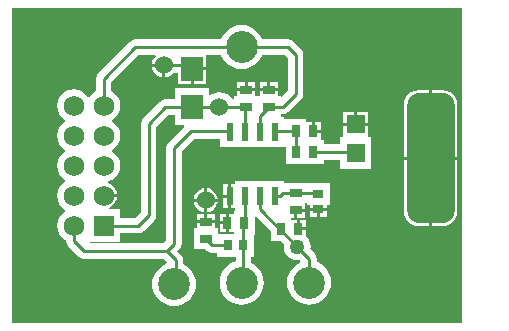
<source format=gtl>
G04 Layer_Physical_Order=1*
G04 Layer_Color=255*
%FSLAX25Y25*%
%MOIN*%
G70*
G01*
G75*
%ADD10R,0.02362X0.06102*%
%ADD11R,0.03937X0.02953*%
%ADD12R,0.03150X0.03740*%
%ADD13R,0.02953X0.03937*%
%ADD14R,0.07284X0.08465*%
%ADD15R,0.06496X0.06496*%
%ADD16R,0.03740X0.03150*%
%ADD17C,0.01000*%
%ADD18C,0.06000*%
G04:AMPARAMS|DCode=19|XSize=433.07mil|YSize=157.48mil|CornerRadius=39.37mil|HoleSize=0mil|Usage=FLASHONLY|Rotation=90.000|XOffset=0mil|YOffset=0mil|HoleType=Round|Shape=RoundedRectangle|*
%AMROUNDEDRECTD19*
21,1,0.43307,0.07874,0,0,90.0*
21,1,0.35433,0.15748,0,0,90.0*
1,1,0.07874,0.03937,0.17717*
1,1,0.07874,0.03937,-0.17717*
1,1,0.07874,-0.03937,-0.17717*
1,1,0.07874,-0.03937,0.17717*
%
%ADD19ROUNDEDRECTD19*%
%ADD20C,0.10630*%
%ADD21R,0.06890X0.06890*%
%ADD22C,0.06890*%
%ADD23C,0.05000*%
G36*
X272500Y137500D02*
X122500D01*
Y242500D01*
X272500D01*
Y137500D01*
D02*
G37*
%LPC*%
G36*
X199000Y236850D02*
X197566Y236709D01*
X196187Y236291D01*
X194916Y235612D01*
X193802Y234698D01*
X192888Y233584D01*
X192209Y232313D01*
X192129Y232049D01*
X163500D01*
X162524Y231855D01*
X161698Y231302D01*
X151198Y220802D01*
X150645Y219975D01*
X150451Y219000D01*
Y214838D01*
X150254Y214756D01*
X149117Y213883D01*
X148279Y212791D01*
X148000Y212759D01*
X147721Y212791D01*
X146883Y213883D01*
X145746Y214756D01*
X144421Y215305D01*
X143000Y215492D01*
X141579Y215305D01*
X140254Y214756D01*
X139117Y213883D01*
X138244Y212746D01*
X137695Y211421D01*
X137508Y210000D01*
X137695Y208579D01*
X138244Y207254D01*
X139117Y206117D01*
X140209Y205279D01*
X140241Y205000D01*
X140209Y204721D01*
X139117Y203883D01*
X138244Y202746D01*
X137695Y201421D01*
X137508Y200000D01*
X137695Y198579D01*
X138244Y197254D01*
X139117Y196117D01*
X140209Y195279D01*
X140241Y195000D01*
X140209Y194721D01*
X139117Y193883D01*
X138244Y192746D01*
X137695Y191421D01*
X137508Y190000D01*
X137695Y188579D01*
X138244Y187254D01*
X139117Y186117D01*
X140209Y185279D01*
X140241Y185000D01*
X140209Y184721D01*
X139117Y183883D01*
X138244Y182746D01*
X137695Y181421D01*
X137508Y180000D01*
X137695Y178579D01*
X138244Y177254D01*
X139117Y176117D01*
X140209Y175279D01*
X140241Y175000D01*
X140209Y174721D01*
X139117Y173883D01*
X138244Y172746D01*
X137695Y171421D01*
X137508Y170000D01*
X137695Y168579D01*
X138244Y167254D01*
X139117Y166117D01*
X140254Y165244D01*
X140451Y165162D01*
Y165000D01*
X140645Y164024D01*
X141198Y163198D01*
X144698Y159698D01*
X145525Y159145D01*
X146500Y158951D01*
X172944D01*
X174047Y157848D01*
X173925Y157363D01*
X173687Y157291D01*
X172416Y156612D01*
X171302Y155698D01*
X170388Y154584D01*
X169709Y153313D01*
X169291Y151934D01*
X169150Y150500D01*
X169291Y149066D01*
X169709Y147687D01*
X170388Y146416D01*
X171302Y145302D01*
X172416Y144388D01*
X173687Y143709D01*
X175066Y143291D01*
X176500Y143150D01*
X177934Y143291D01*
X179313Y143709D01*
X180584Y144388D01*
X181697Y145302D01*
X182612Y146416D01*
X183291Y147687D01*
X183709Y149066D01*
X183850Y150500D01*
X183709Y151934D01*
X183291Y153313D01*
X182612Y154584D01*
X181697Y155698D01*
X180584Y156612D01*
X179549Y157165D01*
Y158500D01*
X179355Y159476D01*
X178802Y160302D01*
X177605Y161500D01*
X178302Y162198D01*
X178855Y163024D01*
X179049Y164000D01*
Y194944D01*
X183056Y198951D01*
X191819D01*
Y196177D01*
X213181D01*
Y196177D01*
X213669Y196149D01*
Y190532D01*
X226331D01*
Y191951D01*
X231752D01*
Y189028D01*
X242248D01*
Y199524D01*
X241248D01*
Y203224D01*
X232752D01*
Y199524D01*
X231752D01*
Y197049D01*
X226331D01*
Y198468D01*
X225805D01*
X225331Y198531D01*
Y201000D01*
X222854D01*
Y201500D01*
X222354D01*
Y204468D01*
X220622D01*
Y205469D01*
X213669D01*
Y205469D01*
X213181Y205497D01*
Y206279D01*
X211968D01*
Y207097D01*
X212646D01*
X213621Y207291D01*
X214448Y207843D01*
X218802Y212198D01*
X219355Y213024D01*
X219549Y214000D01*
Y227000D01*
X219355Y227976D01*
X218802Y228802D01*
X216302Y231302D01*
X215476Y231855D01*
X214500Y232049D01*
X205871D01*
X205791Y232313D01*
X205112Y233584D01*
X204198Y234698D01*
X203084Y235612D01*
X201813Y236291D01*
X200434Y236709D01*
X199000Y236850D01*
D02*
G37*
G36*
X241248Y207972D02*
X237500D01*
Y204224D01*
X241248D01*
Y207972D01*
D02*
G37*
G36*
X236500D02*
X232752D01*
Y204224D01*
X236500D01*
Y207972D01*
D02*
G37*
G36*
X225331Y204468D02*
X223354D01*
Y202000D01*
X225331D01*
Y204468D01*
D02*
G37*
G36*
X265937Y215196D02*
X262500D01*
Y193000D01*
X270917D01*
Y210216D01*
X270747Y211505D01*
X270250Y212706D01*
X269458Y213738D01*
X268427Y214529D01*
X267226Y215026D01*
X265937Y215196D01*
D02*
G37*
G36*
X261500D02*
X258063D01*
X256774Y215026D01*
X255573Y214529D01*
X254542Y213738D01*
X253750Y212706D01*
X253253Y211505D01*
X253083Y210216D01*
Y193000D01*
X261500D01*
Y215196D01*
D02*
G37*
G36*
X194500Y183823D02*
X192819D01*
Y180272D01*
X194500D01*
Y183823D01*
D02*
G37*
G36*
X187500Y182469D02*
Y179000D01*
X190969D01*
X190897Y179544D01*
X190494Y180517D01*
X189853Y181353D01*
X189017Y181994D01*
X188044Y182397D01*
X187500Y182469D01*
D02*
G37*
G36*
X186500D02*
X185956Y182397D01*
X184983Y181994D01*
X184147Y181353D01*
X183506Y180517D01*
X183103Y179544D01*
X183031Y179000D01*
X186500D01*
Y182469D01*
D02*
G37*
G36*
X213181Y184823D02*
X196819D01*
Y183823D01*
X195500D01*
Y179772D01*
Y175721D01*
X196819D01*
Y174969D01*
X196378D01*
Y173969D01*
X194646D01*
Y171000D01*
Y168032D01*
X196378D01*
Y167370D01*
X190969D01*
Y169122D01*
X189969D01*
Y170854D01*
X184031D01*
Y169122D01*
X183031D01*
Y162169D01*
X186872D01*
X187343Y161698D01*
X188170Y161145D01*
X189146Y160951D01*
X190866D01*
Y159630D01*
X197010D01*
Y158040D01*
X196187Y157791D01*
X194916Y157112D01*
X193802Y156198D01*
X192888Y155084D01*
X192209Y153813D01*
X191791Y152434D01*
X191650Y151000D01*
X191791Y149566D01*
X192209Y148187D01*
X192888Y146916D01*
X193802Y145802D01*
X194916Y144888D01*
X196187Y144209D01*
X197566Y143791D01*
X199000Y143650D01*
X200434Y143791D01*
X201813Y144209D01*
X203084Y144888D01*
X204198Y145802D01*
X205112Y146916D01*
X205791Y148187D01*
X206209Y149566D01*
X206350Y151000D01*
X206209Y152434D01*
X205791Y153813D01*
X205112Y155084D01*
X204198Y156198D01*
X203084Y157112D01*
X202108Y157633D01*
Y159630D01*
X203134D01*
Y167032D01*
X203331D01*
Y172911D01*
X203793Y173102D01*
X208669Y168226D01*
Y165032D01*
X211864D01*
X213070Y163825D01*
X212961Y163000D01*
X213116Y161825D01*
X213569Y160731D01*
X214291Y159791D01*
X215231Y159069D01*
X216325Y158616D01*
X217500Y158461D01*
X218325Y158570D01*
X218606Y158289D01*
X218625Y158175D01*
X218498Y157690D01*
X217416Y157112D01*
X216302Y156198D01*
X215388Y155084D01*
X214709Y153813D01*
X214291Y152434D01*
X214150Y151000D01*
X214291Y149566D01*
X214709Y148187D01*
X215388Y146916D01*
X216302Y145802D01*
X217416Y144888D01*
X218687Y144209D01*
X220066Y143791D01*
X221500Y143650D01*
X222934Y143791D01*
X224313Y144209D01*
X225584Y144888D01*
X226697Y145802D01*
X227612Y146916D01*
X228291Y148187D01*
X228709Y149566D01*
X228850Y151000D01*
X228709Y152434D01*
X228291Y153813D01*
X227612Y155084D01*
X226697Y156198D01*
X225584Y157112D01*
X224313Y157791D01*
X224049Y157871D01*
Y159000D01*
X223855Y159976D01*
X223302Y160802D01*
X221930Y162175D01*
X222039Y163000D01*
X221884Y164175D01*
X221431Y165269D01*
X220709Y166209D01*
X220331Y166500D01*
Y168500D01*
X217854D01*
Y169000D01*
X217354D01*
Y171968D01*
X215622D01*
Y172669D01*
X216500D01*
Y175146D01*
X217000D01*
Y175646D01*
X219969D01*
Y177378D01*
X220630D01*
Y176984D01*
X221630D01*
Y175941D01*
X227370D01*
Y176984D01*
X228370D01*
Y184134D01*
X220969D01*
Y184331D01*
X213181D01*
Y184823D01*
D02*
G37*
G36*
X194500Y179272D02*
X192819D01*
Y175721D01*
X194500D01*
Y179272D01*
D02*
G37*
G36*
X190969Y178000D02*
X187500D01*
Y174531D01*
X188044Y174603D01*
X189017Y175006D01*
X189853Y175647D01*
X190494Y176483D01*
X190897Y177456D01*
X190969Y178000D01*
D02*
G37*
G36*
X186500D02*
X183031D01*
X183103Y177456D01*
X183506Y176483D01*
X184147Y175647D01*
X184983Y175006D01*
X185956Y174603D01*
X186500Y174531D01*
Y178000D01*
D02*
G37*
G36*
X227370Y174941D02*
X225000D01*
Y172866D01*
X227370D01*
Y174941D01*
D02*
G37*
G36*
X224000D02*
X221630D01*
Y172866D01*
X224000D01*
Y174941D01*
D02*
G37*
G36*
X219969Y174646D02*
X217500D01*
Y172669D01*
X219969D01*
Y174646D01*
D02*
G37*
G36*
X189969Y173831D02*
X187500D01*
Y171854D01*
X189969D01*
Y173831D01*
D02*
G37*
G36*
X186500D02*
X184031D01*
Y171854D01*
X186500D01*
Y173831D01*
D02*
G37*
G36*
X193646Y173969D02*
X191669D01*
Y171500D01*
X193646D01*
Y173969D01*
D02*
G37*
G36*
X270917Y192000D02*
X262500D01*
Y169804D01*
X265937D01*
X267226Y169974D01*
X268427Y170471D01*
X269458Y171262D01*
X270250Y172294D01*
X270747Y173495D01*
X270917Y174784D01*
Y192000D01*
D02*
G37*
G36*
X261500D02*
X253083D01*
Y174784D01*
X253253Y173495D01*
X253750Y172294D01*
X254542Y171262D01*
X255573Y170471D01*
X256774Y169974D01*
X258063Y169804D01*
X261500D01*
Y192000D01*
D02*
G37*
G36*
X220331Y171968D02*
X218354D01*
Y169500D01*
X220331D01*
Y171968D01*
D02*
G37*
G36*
X193646Y170500D02*
X191669D01*
Y168032D01*
X193646D01*
Y170500D01*
D02*
G37*
%LPD*%
G36*
X214451Y225944D02*
Y215056D01*
X212356Y212961D01*
X211968Y213122D01*
Y213122D01*
X210968D01*
Y214854D01*
X205031D01*
Y213122D01*
X203468D01*
Y214854D01*
X200500D01*
X197531D01*
Y213122D01*
X196531D01*
Y212049D01*
X195846D01*
X195066Y213066D01*
X194022Y213867D01*
X192805Y214371D01*
X191500Y214543D01*
X190195Y214371D01*
X188978Y213867D01*
X188590Y213570D01*
X188142Y213791D01*
Y215933D01*
X176858D01*
Y212049D01*
X173500D01*
X172524Y211855D01*
X171698Y211302D01*
X166198Y205802D01*
X165645Y204976D01*
X165451Y204000D01*
Y174556D01*
X163436Y172541D01*
X158445D01*
Y175445D01*
X154925D01*
X154825Y175945D01*
X155242Y176117D01*
X156170Y176830D01*
X156883Y177758D01*
X157331Y178840D01*
X157417Y179500D01*
X153000D01*
Y180500D01*
X157417D01*
X157331Y181160D01*
X156883Y182242D01*
X156170Y183170D01*
X155242Y183883D01*
X154479Y184198D01*
X154447Y184472D01*
X154504Y184729D01*
X155746Y185244D01*
X156883Y186117D01*
X157756Y187254D01*
X158305Y188579D01*
X158492Y190000D01*
X158305Y191421D01*
X157756Y192746D01*
X156883Y193883D01*
X155791Y194721D01*
X155759Y195000D01*
X155791Y195279D01*
X156883Y196117D01*
X157756Y197254D01*
X158305Y198579D01*
X158492Y200000D01*
X158305Y201421D01*
X157756Y202746D01*
X156883Y203883D01*
X155791Y204721D01*
X155759Y205000D01*
X155791Y205279D01*
X156883Y206117D01*
X157756Y207254D01*
X158305Y208579D01*
X158492Y210000D01*
X158305Y211421D01*
X157756Y212746D01*
X156883Y213883D01*
X155746Y214756D01*
X155549Y214838D01*
Y217944D01*
X164556Y226951D01*
X170149D01*
X170310Y226478D01*
X170147Y226353D01*
X169506Y225517D01*
X169103Y224544D01*
X169031Y224000D01*
X173000D01*
Y223500D01*
X173500D01*
Y219531D01*
X174044Y219603D01*
X175017Y220006D01*
X175853Y220647D01*
X176086Y220951D01*
X177858D01*
Y217067D01*
X182000D01*
Y222299D01*
X182500D01*
Y222799D01*
X187142D01*
Y226951D01*
X192129D01*
X192209Y226687D01*
X192888Y225416D01*
X193802Y224303D01*
X194916Y223388D01*
X196187Y222709D01*
X197566Y222291D01*
X199000Y222150D01*
X200434Y222291D01*
X201813Y222709D01*
X203084Y223388D01*
X204198Y224303D01*
X205112Y225416D01*
X205791Y226687D01*
X205871Y226951D01*
X213444D01*
X214451Y225944D01*
D02*
G37*
G36*
X176858Y203468D02*
X179657D01*
X179864Y202969D01*
X174698Y197802D01*
X174145Y196976D01*
X173951Y196000D01*
Y165056D01*
X172944Y164049D01*
X148085D01*
X148081Y164055D01*
X148350Y164555D01*
X158445D01*
Y167443D01*
X164492D01*
X165468Y167637D01*
X166295Y168190D01*
X169802Y171698D01*
X170355Y172524D01*
X170549Y173500D01*
Y202944D01*
X174556Y206951D01*
X176858D01*
Y203468D01*
D02*
G37*
%LPC*%
G36*
X172500Y223000D02*
X169031D01*
X169103Y222456D01*
X169506Y221483D01*
X170147Y220647D01*
X170983Y220006D01*
X171956Y219603D01*
X172500Y219531D01*
Y223000D01*
D02*
G37*
G36*
X187142Y221799D02*
X183000D01*
Y217067D01*
X187142D01*
Y221799D01*
D02*
G37*
G36*
X210968Y217831D02*
X208500D01*
Y215854D01*
X210968D01*
Y217831D01*
D02*
G37*
G36*
X207500D02*
X205031D01*
Y215854D01*
X207500D01*
Y217831D01*
D02*
G37*
G36*
X203468D02*
X201000D01*
Y215854D01*
X203468D01*
Y217831D01*
D02*
G37*
G36*
X200000D02*
X197531D01*
Y215854D01*
X200000D01*
Y217831D01*
D02*
G37*
%LPD*%
D10*
X210000Y201228D02*
D03*
X205000D02*
D03*
X200000D02*
D03*
X195000D02*
D03*
X210000Y179772D02*
D03*
X205000D02*
D03*
X200000D02*
D03*
X195000D02*
D03*
D11*
X187000Y171354D02*
D03*
Y165646D02*
D03*
X217000Y175146D02*
D03*
Y180854D02*
D03*
X200500Y209646D02*
D03*
Y215354D02*
D03*
X208000D02*
D03*
Y209646D02*
D03*
D12*
X199559Y163500D02*
D03*
X194441D02*
D03*
D13*
X217854Y169000D02*
D03*
X212146D02*
D03*
X194146Y171000D02*
D03*
X199854D02*
D03*
X217146Y194500D02*
D03*
X222854D02*
D03*
Y201500D02*
D03*
X217146D02*
D03*
D14*
X182500Y222299D02*
D03*
Y209701D02*
D03*
D15*
X237000Y203724D02*
D03*
Y194276D02*
D03*
D16*
X224500Y175441D02*
D03*
Y180559D02*
D03*
D17*
X205000Y175500D02*
X217500Y163000D01*
X205000Y175500D02*
Y179772D01*
X146500Y161500D02*
X174000D01*
X182000Y201500D02*
X194728D01*
X210000Y179772D02*
X211772D01*
X212854Y180854D01*
X217000D01*
X200000Y171146D02*
Y179772D01*
X189146Y163500D02*
X194441D01*
X187000Y165646D02*
X189146Y163500D01*
X199559D02*
Y170705D01*
X168000Y173500D02*
Y204000D01*
X173500Y209500D01*
X191500D01*
X200354D01*
X200000Y209146D02*
X200354Y209500D01*
X200000Y201228D02*
Y209146D01*
X205000Y206646D02*
X208000Y209646D01*
X205000Y201228D02*
Y206646D01*
X210272Y201500D02*
X217146D01*
X199559Y151559D02*
Y163500D01*
X217146Y194500D02*
Y201500D01*
X222854Y194500D02*
X236776D01*
X208000Y209646D02*
X212646D01*
X217000Y214000D01*
Y227000D01*
X214500Y229500D02*
X217000Y227000D01*
X200000Y229500D02*
X214500D01*
X163500D02*
X199000D01*
X177000Y151000D02*
Y158500D01*
X221500Y151000D02*
Y159000D01*
X217500Y163000D02*
X221500Y159000D01*
X176500Y164000D02*
Y196000D01*
X182000Y201500D01*
X174000Y161500D02*
X176500Y164000D01*
X174000Y161500D02*
X177000Y158500D01*
X173000Y223500D02*
X181299D01*
X217000Y180854D02*
X224205D01*
X153000Y211492D02*
X154500Y209992D01*
X153000Y211492D02*
Y219000D01*
X163500Y229500D01*
X154500Y169992D02*
X164492D01*
X168000Y173500D01*
X143000Y165000D02*
X146500Y161500D01*
X143000Y165000D02*
Y167362D01*
X144606Y168968D01*
D18*
X187000Y178500D02*
D03*
X191500Y209500D02*
D03*
X173000Y223500D02*
D03*
D19*
X262000Y192500D02*
D03*
D20*
X199000Y229500D02*
D03*
X221500Y151000D02*
D03*
X199000D02*
D03*
X176500Y150500D02*
D03*
D21*
X153000Y170000D02*
D03*
D22*
Y180000D02*
D03*
Y190000D02*
D03*
Y200000D02*
D03*
Y210000D02*
D03*
X143000Y170000D02*
D03*
Y180000D02*
D03*
Y190000D02*
D03*
Y200000D02*
D03*
Y210000D02*
D03*
D23*
X217500Y163000D02*
D03*
M02*

</source>
